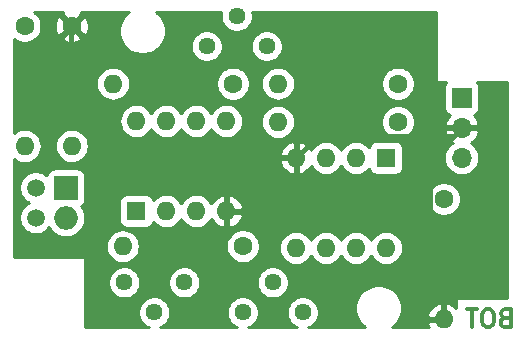
<source format=gbl>
G04 #@! TF.GenerationSoftware,KiCad,Pcbnew,(5.1.4)-1*
G04 #@! TF.CreationDate,2019-09-09T23:54:32+02:00*
G04 #@! TF.ProjectId,RTD,5254442e-6b69-4636-9164-5f7063625858,1.2*
G04 #@! TF.SameCoordinates,PXe4e1c0PY29f6300*
G04 #@! TF.FileFunction,Copper,L2,Bot*
G04 #@! TF.FilePolarity,Positive*
%FSLAX46Y46*%
G04 Gerber Fmt 4.6, Leading zero omitted, Abs format (unit mm)*
G04 Created by KiCad (PCBNEW (5.1.4)-1) date 2019-09-09 23:54:32*
%MOMM*%
%LPD*%
G04 APERTURE LIST*
%ADD10C,0.300000*%
%ADD11O,1.600000X1.600000*%
%ADD12R,1.600000X1.600000*%
%ADD13C,1.600000*%
%ADD14C,1.440000*%
%ADD15C,1.500000*%
%ADD16R,1.998980X1.998980*%
%ADD17O,1.998980X1.998980*%
%ADD18O,1.700000X1.700000*%
%ADD19R,1.700000X1.700000*%
%ADD20C,0.400000*%
%ADD21C,0.254000*%
G04 APERTURE END LIST*
D10*
X42685357Y1943143D02*
X42471071Y1871715D01*
X42399642Y1800286D01*
X42328214Y1657429D01*
X42328214Y1443143D01*
X42399642Y1300286D01*
X42471071Y1228858D01*
X42613928Y1157429D01*
X43185357Y1157429D01*
X43185357Y2657429D01*
X42685357Y2657429D01*
X42542500Y2586000D01*
X42471071Y2514572D01*
X42399642Y2371715D01*
X42399642Y2228858D01*
X42471071Y2086000D01*
X42542500Y2014572D01*
X42685357Y1943143D01*
X43185357Y1943143D01*
X41399642Y2657429D02*
X41113928Y2657429D01*
X40971071Y2586000D01*
X40828214Y2443143D01*
X40756785Y2157429D01*
X40756785Y1657429D01*
X40828214Y1371715D01*
X40971071Y1228858D01*
X41113928Y1157429D01*
X41399642Y1157429D01*
X41542500Y1228858D01*
X41685357Y1371715D01*
X41756785Y1657429D01*
X41756785Y2157429D01*
X41685357Y2443143D01*
X41542500Y2586000D01*
X41399642Y2657429D01*
X40328214Y2657429D02*
X39471071Y2657429D01*
X39899642Y1157429D02*
X39899642Y2657429D01*
D11*
X32625000Y7868500D03*
X25005000Y15488500D03*
X30085000Y7868500D03*
X27545000Y15488500D03*
X27545000Y7868500D03*
X30085000Y15488500D03*
X25005000Y7868500D03*
D12*
X32625000Y15488500D03*
D11*
X11479500Y18600000D03*
X19099500Y10980000D03*
X14019500Y18600000D03*
X16559500Y10980000D03*
X16559500Y18600000D03*
X14019500Y10980000D03*
X19099500Y18600000D03*
D12*
X11479500Y10980000D03*
D11*
X37514500Y1836000D03*
D13*
X37514500Y11996000D03*
D11*
X23481000Y18536500D03*
D13*
X33641000Y18536500D03*
D14*
X25576500Y2407500D03*
X23036500Y4947500D03*
X20496500Y2407500D03*
D11*
X23481000Y21775000D03*
D13*
X33641000Y21775000D03*
D11*
X9511000Y21775000D03*
D13*
X19671000Y21775000D03*
D11*
X6018500Y16504500D03*
D13*
X6018500Y26664500D03*
D11*
X2018000Y16504500D03*
D13*
X2018000Y26664500D03*
D11*
X10336500Y7995500D03*
D13*
X20496500Y7995500D03*
D15*
X2970500Y12948500D03*
X2970500Y10408500D03*
D16*
X5510500Y12948500D03*
D17*
X5510500Y10408500D03*
D14*
X10463500Y4947500D03*
X13003500Y2407500D03*
X15543500Y4947500D03*
X22528500Y24950000D03*
X19988500Y27490000D03*
X17448500Y24950000D03*
D18*
X39038500Y15488500D03*
X39038500Y18028500D03*
D19*
X39038500Y20568500D03*
D20*
X38188501Y17178501D02*
X39038500Y18028500D01*
X36314499Y15304499D02*
X38188501Y17178501D01*
X36314499Y5955003D02*
X36314499Y15304499D01*
X37514500Y4755002D02*
X36314499Y5955003D01*
X37514500Y1836000D02*
X37514500Y4755002D01*
X31990000Y10980000D02*
X19099500Y10980000D01*
X38346499Y17336499D02*
X39038500Y18028500D01*
X25005000Y15488500D02*
X26852999Y17336499D01*
X26852999Y17336499D02*
X38346499Y17336499D01*
X36593750Y15583750D02*
X31990000Y10980000D01*
X39038500Y18028500D02*
X36593750Y15583750D01*
X34657000Y13647000D02*
X36593750Y15583750D01*
X12495500Y13647000D02*
X34657000Y13647000D01*
X5955000Y20187500D02*
X12495500Y13647000D01*
X6018500Y26664500D02*
X5955000Y26601000D01*
X5955000Y26601000D02*
X5955000Y20187500D01*
D21*
G36*
X5205403Y27657202D02*
G01*
X6018500Y26844105D01*
X6831597Y27657202D01*
X6768280Y27873000D01*
X10856084Y27873000D01*
X10734636Y27791851D01*
X10458149Y27515364D01*
X10240915Y27190250D01*
X10091282Y26829003D01*
X10015000Y26445505D01*
X10015000Y26054495D01*
X10091282Y25670997D01*
X10240915Y25309750D01*
X10458149Y24984636D01*
X10734636Y24708149D01*
X11059750Y24490915D01*
X11420997Y24341282D01*
X11804495Y24265000D01*
X12195505Y24265000D01*
X12579003Y24341282D01*
X12940250Y24490915D01*
X13265364Y24708149D01*
X13541851Y24984636D01*
X13607880Y25083456D01*
X16093500Y25083456D01*
X16093500Y24816544D01*
X16145572Y24554761D01*
X16247715Y24308167D01*
X16396003Y24086238D01*
X16584738Y23897503D01*
X16806667Y23749215D01*
X17053261Y23647072D01*
X17315044Y23595000D01*
X17581956Y23595000D01*
X17843739Y23647072D01*
X18090333Y23749215D01*
X18312262Y23897503D01*
X18500997Y24086238D01*
X18649285Y24308167D01*
X18751428Y24554761D01*
X18803500Y24816544D01*
X18803500Y25083456D01*
X21173500Y25083456D01*
X21173500Y24816544D01*
X21225572Y24554761D01*
X21327715Y24308167D01*
X21476003Y24086238D01*
X21664738Y23897503D01*
X21886667Y23749215D01*
X22133261Y23647072D01*
X22395044Y23595000D01*
X22661956Y23595000D01*
X22923739Y23647072D01*
X23170333Y23749215D01*
X23392262Y23897503D01*
X23580997Y24086238D01*
X23729285Y24308167D01*
X23831428Y24554761D01*
X23883500Y24816544D01*
X23883500Y25083456D01*
X23831428Y25345239D01*
X23729285Y25591833D01*
X23580997Y25813762D01*
X23392262Y26002497D01*
X23170333Y26150785D01*
X22923739Y26252928D01*
X22661956Y26305000D01*
X22395044Y26305000D01*
X22133261Y26252928D01*
X21886667Y26150785D01*
X21664738Y26002497D01*
X21476003Y25813762D01*
X21327715Y25591833D01*
X21225572Y25345239D01*
X21173500Y25083456D01*
X18803500Y25083456D01*
X18751428Y25345239D01*
X18649285Y25591833D01*
X18500997Y25813762D01*
X18312262Y26002497D01*
X18090333Y26150785D01*
X17843739Y26252928D01*
X17581956Y26305000D01*
X17315044Y26305000D01*
X17053261Y26252928D01*
X16806667Y26150785D01*
X16584738Y26002497D01*
X16396003Y25813762D01*
X16247715Y25591833D01*
X16145572Y25345239D01*
X16093500Y25083456D01*
X13607880Y25083456D01*
X13759085Y25309750D01*
X13908718Y25670997D01*
X13985000Y26054495D01*
X13985000Y26445505D01*
X13908718Y26829003D01*
X13759085Y27190250D01*
X13541851Y27515364D01*
X13265364Y27791851D01*
X13143916Y27873000D01*
X18683138Y27873000D01*
X18633500Y27623456D01*
X18633500Y27356544D01*
X18685572Y27094761D01*
X18787715Y26848167D01*
X18936003Y26626238D01*
X19124738Y26437503D01*
X19346667Y26289215D01*
X19593261Y26187072D01*
X19855044Y26135000D01*
X20121956Y26135000D01*
X20383739Y26187072D01*
X20630333Y26289215D01*
X20852262Y26437503D01*
X21040997Y26626238D01*
X21189285Y26848167D01*
X21291428Y27094761D01*
X21343500Y27356544D01*
X21343500Y27623456D01*
X21293862Y27873000D01*
X36873000Y27873000D01*
X36873000Y22000000D01*
X36875440Y21975224D01*
X36882667Y21951399D01*
X36894403Y21929443D01*
X36910197Y21910197D01*
X36929443Y21894403D01*
X36951399Y21882667D01*
X36975224Y21875440D01*
X37000000Y21873000D01*
X37741354Y21873000D01*
X37737315Y21869685D01*
X37657963Y21772994D01*
X37598998Y21662680D01*
X37562688Y21542982D01*
X37550428Y21418500D01*
X37550428Y19718500D01*
X37562688Y19594018D01*
X37598998Y19474320D01*
X37657963Y19364006D01*
X37737315Y19267315D01*
X37834006Y19187963D01*
X37944320Y19128998D01*
X38024966Y19104534D01*
X37940912Y19028769D01*
X37766859Y18795420D01*
X37641675Y18532599D01*
X37597024Y18385390D01*
X37718345Y18155500D01*
X38911500Y18155500D01*
X38911500Y18175500D01*
X39165500Y18175500D01*
X39165500Y18155500D01*
X40358655Y18155500D01*
X40479976Y18385390D01*
X40435325Y18532599D01*
X40310141Y18795420D01*
X40136088Y19028769D01*
X40052034Y19104534D01*
X40132680Y19128998D01*
X40242994Y19187963D01*
X40339685Y19267315D01*
X40419037Y19364006D01*
X40478002Y19474320D01*
X40514312Y19594018D01*
X40526572Y19718500D01*
X40526572Y21418500D01*
X40514312Y21542982D01*
X40478002Y21662680D01*
X40419037Y21772994D01*
X40339685Y21869685D01*
X40335646Y21873000D01*
X42873000Y21873000D01*
X42873000Y3626000D01*
X38588214Y3626000D01*
X38588214Y2777886D01*
X38477914Y2899519D01*
X38251920Y3067037D01*
X37997587Y3187246D01*
X37863539Y3227904D01*
X37641500Y3105915D01*
X37641500Y1963000D01*
X37661500Y1963000D01*
X37661500Y1709000D01*
X37641500Y1709000D01*
X37641500Y1689000D01*
X37387500Y1689000D01*
X37387500Y1709000D01*
X36243876Y1709000D01*
X36122591Y1486960D01*
X36217430Y1222119D01*
X36274476Y1127000D01*
X33143916Y1127000D01*
X33265364Y1208149D01*
X33541851Y1484636D01*
X33759085Y1809750D01*
X33908718Y2170997D01*
X33911511Y2185040D01*
X36122591Y2185040D01*
X36243876Y1963000D01*
X37387500Y1963000D01*
X37387500Y3105915D01*
X37165461Y3227904D01*
X37031413Y3187246D01*
X36777080Y3067037D01*
X36551086Y2899519D01*
X36362115Y2691131D01*
X36217430Y2449881D01*
X36122591Y2185040D01*
X33911511Y2185040D01*
X33985000Y2554495D01*
X33985000Y2945505D01*
X33908718Y3329003D01*
X33759085Y3690250D01*
X33541851Y4015364D01*
X33265364Y4291851D01*
X32940250Y4509085D01*
X32579003Y4658718D01*
X32195505Y4735000D01*
X31804495Y4735000D01*
X31420997Y4658718D01*
X31059750Y4509085D01*
X30734636Y4291851D01*
X30458149Y4015364D01*
X30240915Y3690250D01*
X30091282Y3329003D01*
X30015000Y2945505D01*
X30015000Y2554495D01*
X30091282Y2170997D01*
X30240915Y1809750D01*
X30458149Y1484636D01*
X30734636Y1208149D01*
X30856084Y1127000D01*
X26025885Y1127000D01*
X26218333Y1206715D01*
X26440262Y1355003D01*
X26628997Y1543738D01*
X26777285Y1765667D01*
X26879428Y2012261D01*
X26931500Y2274044D01*
X26931500Y2540956D01*
X26879428Y2802739D01*
X26777285Y3049333D01*
X26628997Y3271262D01*
X26440262Y3459997D01*
X26218333Y3608285D01*
X25971739Y3710428D01*
X25709956Y3762500D01*
X25443044Y3762500D01*
X25181261Y3710428D01*
X24934667Y3608285D01*
X24712738Y3459997D01*
X24524003Y3271262D01*
X24375715Y3049333D01*
X24273572Y2802739D01*
X24221500Y2540956D01*
X24221500Y2274044D01*
X24273572Y2012261D01*
X24375715Y1765667D01*
X24524003Y1543738D01*
X24712738Y1355003D01*
X24934667Y1206715D01*
X25127115Y1127000D01*
X20945885Y1127000D01*
X21138333Y1206715D01*
X21360262Y1355003D01*
X21548997Y1543738D01*
X21697285Y1765667D01*
X21799428Y2012261D01*
X21851500Y2274044D01*
X21851500Y2540956D01*
X21799428Y2802739D01*
X21697285Y3049333D01*
X21548997Y3271262D01*
X21360262Y3459997D01*
X21138333Y3608285D01*
X20891739Y3710428D01*
X20629956Y3762500D01*
X20363044Y3762500D01*
X20101261Y3710428D01*
X19854667Y3608285D01*
X19632738Y3459997D01*
X19444003Y3271262D01*
X19295715Y3049333D01*
X19193572Y2802739D01*
X19141500Y2540956D01*
X19141500Y2274044D01*
X19193572Y2012261D01*
X19295715Y1765667D01*
X19444003Y1543738D01*
X19632738Y1355003D01*
X19854667Y1206715D01*
X20047115Y1127000D01*
X13452885Y1127000D01*
X13645333Y1206715D01*
X13867262Y1355003D01*
X14055997Y1543738D01*
X14204285Y1765667D01*
X14306428Y2012261D01*
X14358500Y2274044D01*
X14358500Y2540956D01*
X14306428Y2802739D01*
X14204285Y3049333D01*
X14055997Y3271262D01*
X13867262Y3459997D01*
X13645333Y3608285D01*
X13398739Y3710428D01*
X13136956Y3762500D01*
X12870044Y3762500D01*
X12608261Y3710428D01*
X12361667Y3608285D01*
X12139738Y3459997D01*
X11951003Y3271262D01*
X11802715Y3049333D01*
X11700572Y2802739D01*
X11648500Y2540956D01*
X11648500Y2274044D01*
X11700572Y2012261D01*
X11802715Y1765667D01*
X11951003Y1543738D01*
X12139738Y1355003D01*
X12361667Y1206715D01*
X12554115Y1127000D01*
X7127000Y1127000D01*
X7127000Y5080956D01*
X9108500Y5080956D01*
X9108500Y4814044D01*
X9160572Y4552261D01*
X9262715Y4305667D01*
X9411003Y4083738D01*
X9599738Y3895003D01*
X9821667Y3746715D01*
X10068261Y3644572D01*
X10330044Y3592500D01*
X10596956Y3592500D01*
X10858739Y3644572D01*
X11105333Y3746715D01*
X11327262Y3895003D01*
X11515997Y4083738D01*
X11664285Y4305667D01*
X11766428Y4552261D01*
X11818500Y4814044D01*
X11818500Y5080956D01*
X14188500Y5080956D01*
X14188500Y4814044D01*
X14240572Y4552261D01*
X14342715Y4305667D01*
X14491003Y4083738D01*
X14679738Y3895003D01*
X14901667Y3746715D01*
X15148261Y3644572D01*
X15410044Y3592500D01*
X15676956Y3592500D01*
X15938739Y3644572D01*
X16185333Y3746715D01*
X16407262Y3895003D01*
X16595997Y4083738D01*
X16744285Y4305667D01*
X16846428Y4552261D01*
X16898500Y4814044D01*
X16898500Y5080956D01*
X21681500Y5080956D01*
X21681500Y4814044D01*
X21733572Y4552261D01*
X21835715Y4305667D01*
X21984003Y4083738D01*
X22172738Y3895003D01*
X22394667Y3746715D01*
X22641261Y3644572D01*
X22903044Y3592500D01*
X23169956Y3592500D01*
X23431739Y3644572D01*
X23678333Y3746715D01*
X23900262Y3895003D01*
X24088997Y4083738D01*
X24237285Y4305667D01*
X24339428Y4552261D01*
X24391500Y4814044D01*
X24391500Y5080956D01*
X24339428Y5342739D01*
X24237285Y5589333D01*
X24088997Y5811262D01*
X23900262Y5999997D01*
X23678333Y6148285D01*
X23431739Y6250428D01*
X23169956Y6302500D01*
X22903044Y6302500D01*
X22641261Y6250428D01*
X22394667Y6148285D01*
X22172738Y5999997D01*
X21984003Y5811262D01*
X21835715Y5589333D01*
X21733572Y5342739D01*
X21681500Y5080956D01*
X16898500Y5080956D01*
X16846428Y5342739D01*
X16744285Y5589333D01*
X16595997Y5811262D01*
X16407262Y5999997D01*
X16185333Y6148285D01*
X15938739Y6250428D01*
X15676956Y6302500D01*
X15410044Y6302500D01*
X15148261Y6250428D01*
X14901667Y6148285D01*
X14679738Y5999997D01*
X14491003Y5811262D01*
X14342715Y5589333D01*
X14240572Y5342739D01*
X14188500Y5080956D01*
X11818500Y5080956D01*
X11766428Y5342739D01*
X11664285Y5589333D01*
X11515997Y5811262D01*
X11327262Y5999997D01*
X11105333Y6148285D01*
X10858739Y6250428D01*
X10596956Y6302500D01*
X10330044Y6302500D01*
X10068261Y6250428D01*
X9821667Y6148285D01*
X9599738Y5999997D01*
X9411003Y5811262D01*
X9262715Y5589333D01*
X9160572Y5342739D01*
X9108500Y5080956D01*
X7127000Y5080956D01*
X7127000Y7000000D01*
X7124560Y7024776D01*
X7117333Y7048601D01*
X7105597Y7070557D01*
X7089803Y7089803D01*
X7070557Y7105597D01*
X7048601Y7117333D01*
X7024776Y7124560D01*
X7000000Y7127000D01*
X1127000Y7127000D01*
X1127000Y7995500D01*
X8894557Y7995500D01*
X8922264Y7714191D01*
X9004318Y7443692D01*
X9137568Y7194399D01*
X9316892Y6975892D01*
X9535399Y6796568D01*
X9784692Y6663318D01*
X10055191Y6581264D01*
X10266008Y6560500D01*
X10406992Y6560500D01*
X10617809Y6581264D01*
X10888308Y6663318D01*
X11137601Y6796568D01*
X11356108Y6975892D01*
X11535432Y7194399D01*
X11668682Y7443692D01*
X11750736Y7714191D01*
X11778443Y7995500D01*
X11764523Y8136835D01*
X19061500Y8136835D01*
X19061500Y7854165D01*
X19116647Y7576926D01*
X19224820Y7315773D01*
X19381863Y7080741D01*
X19581741Y6880863D01*
X19816773Y6723820D01*
X20077926Y6615647D01*
X20355165Y6560500D01*
X20637835Y6560500D01*
X20915074Y6615647D01*
X21176227Y6723820D01*
X21411259Y6880863D01*
X21611137Y7080741D01*
X21768180Y7315773D01*
X21876353Y7576926D01*
X21931500Y7854165D01*
X21931500Y7868500D01*
X23563057Y7868500D01*
X23590764Y7587191D01*
X23672818Y7316692D01*
X23806068Y7067399D01*
X23985392Y6848892D01*
X24203899Y6669568D01*
X24453192Y6536318D01*
X24723691Y6454264D01*
X24934508Y6433500D01*
X25075492Y6433500D01*
X25286309Y6454264D01*
X25556808Y6536318D01*
X25806101Y6669568D01*
X26024608Y6848892D01*
X26203932Y7067399D01*
X26275000Y7200358D01*
X26346068Y7067399D01*
X26525392Y6848892D01*
X26743899Y6669568D01*
X26993192Y6536318D01*
X27263691Y6454264D01*
X27474508Y6433500D01*
X27615492Y6433500D01*
X27826309Y6454264D01*
X28096808Y6536318D01*
X28346101Y6669568D01*
X28564608Y6848892D01*
X28743932Y7067399D01*
X28815000Y7200358D01*
X28886068Y7067399D01*
X29065392Y6848892D01*
X29283899Y6669568D01*
X29533192Y6536318D01*
X29803691Y6454264D01*
X30014508Y6433500D01*
X30155492Y6433500D01*
X30366309Y6454264D01*
X30636808Y6536318D01*
X30886101Y6669568D01*
X31104608Y6848892D01*
X31283932Y7067399D01*
X31355000Y7200358D01*
X31426068Y7067399D01*
X31605392Y6848892D01*
X31823899Y6669568D01*
X32073192Y6536318D01*
X32343691Y6454264D01*
X32554508Y6433500D01*
X32695492Y6433500D01*
X32906309Y6454264D01*
X33176808Y6536318D01*
X33426101Y6669568D01*
X33644608Y6848892D01*
X33823932Y7067399D01*
X33957182Y7316692D01*
X34039236Y7587191D01*
X34066943Y7868500D01*
X34039236Y8149809D01*
X33957182Y8420308D01*
X33823932Y8669601D01*
X33644608Y8888108D01*
X33426101Y9067432D01*
X33176808Y9200682D01*
X32906309Y9282736D01*
X32695492Y9303500D01*
X32554508Y9303500D01*
X32343691Y9282736D01*
X32073192Y9200682D01*
X31823899Y9067432D01*
X31605392Y8888108D01*
X31426068Y8669601D01*
X31355000Y8536642D01*
X31283932Y8669601D01*
X31104608Y8888108D01*
X30886101Y9067432D01*
X30636808Y9200682D01*
X30366309Y9282736D01*
X30155492Y9303500D01*
X30014508Y9303500D01*
X29803691Y9282736D01*
X29533192Y9200682D01*
X29283899Y9067432D01*
X29065392Y8888108D01*
X28886068Y8669601D01*
X28815000Y8536642D01*
X28743932Y8669601D01*
X28564608Y8888108D01*
X28346101Y9067432D01*
X28096808Y9200682D01*
X27826309Y9282736D01*
X27615492Y9303500D01*
X27474508Y9303500D01*
X27263691Y9282736D01*
X26993192Y9200682D01*
X26743899Y9067432D01*
X26525392Y8888108D01*
X26346068Y8669601D01*
X26275000Y8536642D01*
X26203932Y8669601D01*
X26024608Y8888108D01*
X25806101Y9067432D01*
X25556808Y9200682D01*
X25286309Y9282736D01*
X25075492Y9303500D01*
X24934508Y9303500D01*
X24723691Y9282736D01*
X24453192Y9200682D01*
X24203899Y9067432D01*
X23985392Y8888108D01*
X23806068Y8669601D01*
X23672818Y8420308D01*
X23590764Y8149809D01*
X23563057Y7868500D01*
X21931500Y7868500D01*
X21931500Y8136835D01*
X21876353Y8414074D01*
X21768180Y8675227D01*
X21611137Y8910259D01*
X21411259Y9110137D01*
X21176227Y9267180D01*
X20915074Y9375353D01*
X20637835Y9430500D01*
X20355165Y9430500D01*
X20077926Y9375353D01*
X19816773Y9267180D01*
X19581741Y9110137D01*
X19381863Y8910259D01*
X19224820Y8675227D01*
X19116647Y8414074D01*
X19061500Y8136835D01*
X11764523Y8136835D01*
X11750736Y8276809D01*
X11668682Y8547308D01*
X11535432Y8796601D01*
X11356108Y9015108D01*
X11137601Y9194432D01*
X10888308Y9327682D01*
X10617809Y9409736D01*
X10406992Y9430500D01*
X10266008Y9430500D01*
X10055191Y9409736D01*
X9784692Y9327682D01*
X9535399Y9194432D01*
X9316892Y9015108D01*
X9137568Y8796601D01*
X9004318Y8547308D01*
X8922264Y8276809D01*
X8894557Y7995500D01*
X1127000Y7995500D01*
X1127000Y13084911D01*
X1585500Y13084911D01*
X1585500Y12812089D01*
X1638725Y12544511D01*
X1743129Y12292457D01*
X1894701Y12065614D01*
X2087614Y11872701D01*
X2314457Y11721129D01*
X2417373Y11678500D01*
X2314457Y11635871D01*
X2087614Y11484299D01*
X1894701Y11291386D01*
X1743129Y11064543D01*
X1638725Y10812489D01*
X1585500Y10544911D01*
X1585500Y10272089D01*
X1638725Y10004511D01*
X1743129Y9752457D01*
X1894701Y9525614D01*
X2087614Y9332701D01*
X2314457Y9181129D01*
X2566511Y9076725D01*
X2834089Y9023500D01*
X3106911Y9023500D01*
X3374489Y9076725D01*
X3626543Y9181129D01*
X3853386Y9332701D01*
X4046299Y9525614D01*
X4092292Y9594447D01*
X4144896Y9496033D01*
X4349149Y9247149D01*
X4598033Y9042896D01*
X4881981Y8891122D01*
X5190084Y8797660D01*
X5430208Y8774010D01*
X5590792Y8774010D01*
X5830916Y8797660D01*
X6139019Y8891122D01*
X6422967Y9042896D01*
X6671851Y9247149D01*
X6876104Y9496033D01*
X7027878Y9779981D01*
X7121340Y10088084D01*
X7152898Y10408500D01*
X7121340Y10728916D01*
X7027878Y11037019D01*
X6876104Y11320967D01*
X6816939Y11393060D01*
X6864484Y11418473D01*
X6961175Y11497825D01*
X7040527Y11594516D01*
X7099492Y11704830D01*
X7122294Y11780000D01*
X10041428Y11780000D01*
X10041428Y10180000D01*
X10053688Y10055518D01*
X10089998Y9935820D01*
X10148963Y9825506D01*
X10228315Y9728815D01*
X10325006Y9649463D01*
X10435320Y9590498D01*
X10555018Y9554188D01*
X10679500Y9541928D01*
X12279500Y9541928D01*
X12403982Y9554188D01*
X12523680Y9590498D01*
X12633994Y9649463D01*
X12730685Y9728815D01*
X12810037Y9825506D01*
X12869002Y9935820D01*
X12905312Y10055518D01*
X12907081Y10073482D01*
X12999892Y9960392D01*
X13218399Y9781068D01*
X13467692Y9647818D01*
X13738191Y9565764D01*
X13949008Y9545000D01*
X14089992Y9545000D01*
X14300809Y9565764D01*
X14571308Y9647818D01*
X14820601Y9781068D01*
X15039108Y9960392D01*
X15218432Y10178899D01*
X15289500Y10311858D01*
X15360568Y10178899D01*
X15539892Y9960392D01*
X15758399Y9781068D01*
X16007692Y9647818D01*
X16278191Y9565764D01*
X16489008Y9545000D01*
X16629992Y9545000D01*
X16840809Y9565764D01*
X17111308Y9647818D01*
X17360601Y9781068D01*
X17579108Y9960392D01*
X17758432Y10178899D01*
X17832079Y10316682D01*
X17947115Y10124869D01*
X18136086Y9916481D01*
X18362080Y9748963D01*
X18616413Y9628754D01*
X18750461Y9588096D01*
X18972500Y9710085D01*
X18972500Y10853000D01*
X19226500Y10853000D01*
X19226500Y9710085D01*
X19448539Y9588096D01*
X19582587Y9628754D01*
X19836920Y9748963D01*
X20062914Y9916481D01*
X20251885Y10124869D01*
X20396570Y10366119D01*
X20491409Y10630960D01*
X20370124Y10853000D01*
X19226500Y10853000D01*
X18972500Y10853000D01*
X18952500Y10853000D01*
X18952500Y11107000D01*
X18972500Y11107000D01*
X18972500Y12249915D01*
X19226500Y12249915D01*
X19226500Y11107000D01*
X20370124Y11107000D01*
X20491409Y11329040D01*
X20396570Y11593881D01*
X20251885Y11835131D01*
X20062914Y12043519D01*
X19936350Y12137335D01*
X36079500Y12137335D01*
X36079500Y11854665D01*
X36134647Y11577426D01*
X36242820Y11316273D01*
X36399863Y11081241D01*
X36599741Y10881363D01*
X36834773Y10724320D01*
X37095926Y10616147D01*
X37373165Y10561000D01*
X37655835Y10561000D01*
X37933074Y10616147D01*
X38194227Y10724320D01*
X38429259Y10881363D01*
X38629137Y11081241D01*
X38786180Y11316273D01*
X38894353Y11577426D01*
X38949500Y11854665D01*
X38949500Y12137335D01*
X38894353Y12414574D01*
X38786180Y12675727D01*
X38629137Y12910759D01*
X38429259Y13110637D01*
X38194227Y13267680D01*
X37933074Y13375853D01*
X37655835Y13431000D01*
X37373165Y13431000D01*
X37095926Y13375853D01*
X36834773Y13267680D01*
X36599741Y13110637D01*
X36399863Y12910759D01*
X36242820Y12675727D01*
X36134647Y12414574D01*
X36079500Y12137335D01*
X19936350Y12137335D01*
X19836920Y12211037D01*
X19582587Y12331246D01*
X19448539Y12371904D01*
X19226500Y12249915D01*
X18972500Y12249915D01*
X18750461Y12371904D01*
X18616413Y12331246D01*
X18362080Y12211037D01*
X18136086Y12043519D01*
X17947115Y11835131D01*
X17832079Y11643318D01*
X17758432Y11781101D01*
X17579108Y11999608D01*
X17360601Y12178932D01*
X17111308Y12312182D01*
X16840809Y12394236D01*
X16629992Y12415000D01*
X16489008Y12415000D01*
X16278191Y12394236D01*
X16007692Y12312182D01*
X15758399Y12178932D01*
X15539892Y11999608D01*
X15360568Y11781101D01*
X15289500Y11648142D01*
X15218432Y11781101D01*
X15039108Y11999608D01*
X14820601Y12178932D01*
X14571308Y12312182D01*
X14300809Y12394236D01*
X14089992Y12415000D01*
X13949008Y12415000D01*
X13738191Y12394236D01*
X13467692Y12312182D01*
X13218399Y12178932D01*
X12999892Y11999608D01*
X12907081Y11886518D01*
X12905312Y11904482D01*
X12869002Y12024180D01*
X12810037Y12134494D01*
X12730685Y12231185D01*
X12633994Y12310537D01*
X12523680Y12369502D01*
X12403982Y12405812D01*
X12279500Y12418072D01*
X10679500Y12418072D01*
X10555018Y12405812D01*
X10435320Y12369502D01*
X10325006Y12310537D01*
X10228315Y12231185D01*
X10148963Y12134494D01*
X10089998Y12024180D01*
X10053688Y11904482D01*
X10041428Y11780000D01*
X7122294Y11780000D01*
X7135802Y11824528D01*
X7148062Y11949010D01*
X7148062Y13947990D01*
X7135802Y14072472D01*
X7099492Y14192170D01*
X7040527Y14302484D01*
X6961175Y14399175D01*
X6864484Y14478527D01*
X6754170Y14537492D01*
X6634472Y14573802D01*
X6509990Y14586062D01*
X4511010Y14586062D01*
X4386528Y14573802D01*
X4266830Y14537492D01*
X4156516Y14478527D01*
X4059825Y14399175D01*
X3980473Y14302484D01*
X3921508Y14192170D01*
X3885198Y14072472D01*
X3878027Y13999658D01*
X3853386Y14024299D01*
X3626543Y14175871D01*
X3374489Y14280275D01*
X3106911Y14333500D01*
X2834089Y14333500D01*
X2566511Y14280275D01*
X2314457Y14175871D01*
X2087614Y14024299D01*
X1894701Y13831386D01*
X1743129Y13604543D01*
X1638725Y13352489D01*
X1585500Y13084911D01*
X1127000Y13084911D01*
X1127000Y15379346D01*
X1216899Y15305568D01*
X1466192Y15172318D01*
X1736691Y15090264D01*
X1947508Y15069500D01*
X2088492Y15069500D01*
X2299309Y15090264D01*
X2569808Y15172318D01*
X2819101Y15305568D01*
X3037608Y15484892D01*
X3216932Y15703399D01*
X3350182Y15952692D01*
X3432236Y16223191D01*
X3459943Y16504500D01*
X4576557Y16504500D01*
X4604264Y16223191D01*
X4686318Y15952692D01*
X4819568Y15703399D01*
X4998892Y15484892D01*
X5217399Y15305568D01*
X5466692Y15172318D01*
X5737191Y15090264D01*
X5948008Y15069500D01*
X6088992Y15069500D01*
X6299809Y15090264D01*
X6461988Y15139460D01*
X23613091Y15139460D01*
X23707930Y14874619D01*
X23852615Y14633369D01*
X24041586Y14424981D01*
X24267580Y14257463D01*
X24521913Y14137254D01*
X24655961Y14096596D01*
X24878000Y14218585D01*
X24878000Y15361500D01*
X23734376Y15361500D01*
X23613091Y15139460D01*
X6461988Y15139460D01*
X6570308Y15172318D01*
X6819601Y15305568D01*
X7038108Y15484892D01*
X7217432Y15703399D01*
X7289131Y15837540D01*
X23613091Y15837540D01*
X23734376Y15615500D01*
X24878000Y15615500D01*
X24878000Y16758415D01*
X25132000Y16758415D01*
X25132000Y15615500D01*
X25152000Y15615500D01*
X25152000Y15361500D01*
X25132000Y15361500D01*
X25132000Y14218585D01*
X25354039Y14096596D01*
X25488087Y14137254D01*
X25742420Y14257463D01*
X25968414Y14424981D01*
X26157385Y14633369D01*
X26272421Y14825182D01*
X26346068Y14687399D01*
X26525392Y14468892D01*
X26743899Y14289568D01*
X26993192Y14156318D01*
X27263691Y14074264D01*
X27474508Y14053500D01*
X27615492Y14053500D01*
X27826309Y14074264D01*
X28096808Y14156318D01*
X28346101Y14289568D01*
X28564608Y14468892D01*
X28743932Y14687399D01*
X28815000Y14820358D01*
X28886068Y14687399D01*
X29065392Y14468892D01*
X29283899Y14289568D01*
X29533192Y14156318D01*
X29803691Y14074264D01*
X30014508Y14053500D01*
X30155492Y14053500D01*
X30366309Y14074264D01*
X30636808Y14156318D01*
X30886101Y14289568D01*
X31104608Y14468892D01*
X31197419Y14581982D01*
X31199188Y14564018D01*
X31235498Y14444320D01*
X31294463Y14334006D01*
X31373815Y14237315D01*
X31470506Y14157963D01*
X31580820Y14098998D01*
X31700518Y14062688D01*
X31825000Y14050428D01*
X33425000Y14050428D01*
X33549482Y14062688D01*
X33669180Y14098998D01*
X33779494Y14157963D01*
X33876185Y14237315D01*
X33955537Y14334006D01*
X34014502Y14444320D01*
X34050812Y14564018D01*
X34063072Y14688500D01*
X34063072Y15488500D01*
X37546315Y15488500D01*
X37574987Y15197389D01*
X37659901Y14917466D01*
X37797794Y14659486D01*
X37983366Y14433366D01*
X38209486Y14247794D01*
X38467466Y14109901D01*
X38747389Y14024987D01*
X38965550Y14003500D01*
X39111450Y14003500D01*
X39329611Y14024987D01*
X39609534Y14109901D01*
X39867514Y14247794D01*
X40093634Y14433366D01*
X40279206Y14659486D01*
X40417099Y14917466D01*
X40502013Y15197389D01*
X40530685Y15488500D01*
X40502013Y15779611D01*
X40417099Y16059534D01*
X40279206Y16317514D01*
X40093634Y16543634D01*
X39867514Y16729206D01*
X39802977Y16763701D01*
X39919855Y16833322D01*
X40136088Y17028231D01*
X40310141Y17261580D01*
X40435325Y17524401D01*
X40479976Y17671610D01*
X40358655Y17901500D01*
X39165500Y17901500D01*
X39165500Y17881500D01*
X38911500Y17881500D01*
X38911500Y17901500D01*
X37718345Y17901500D01*
X37597024Y17671610D01*
X37641675Y17524401D01*
X37766859Y17261580D01*
X37940912Y17028231D01*
X38157145Y16833322D01*
X38274023Y16763701D01*
X38209486Y16729206D01*
X37983366Y16543634D01*
X37797794Y16317514D01*
X37659901Y16059534D01*
X37574987Y15779611D01*
X37546315Y15488500D01*
X34063072Y15488500D01*
X34063072Y16288500D01*
X34050812Y16412982D01*
X34014502Y16532680D01*
X33955537Y16642994D01*
X33876185Y16739685D01*
X33779494Y16819037D01*
X33669180Y16878002D01*
X33549482Y16914312D01*
X33425000Y16926572D01*
X31825000Y16926572D01*
X31700518Y16914312D01*
X31580820Y16878002D01*
X31470506Y16819037D01*
X31373815Y16739685D01*
X31294463Y16642994D01*
X31235498Y16532680D01*
X31199188Y16412982D01*
X31197419Y16395018D01*
X31104608Y16508108D01*
X30886101Y16687432D01*
X30636808Y16820682D01*
X30366309Y16902736D01*
X30155492Y16923500D01*
X30014508Y16923500D01*
X29803691Y16902736D01*
X29533192Y16820682D01*
X29283899Y16687432D01*
X29065392Y16508108D01*
X28886068Y16289601D01*
X28815000Y16156642D01*
X28743932Y16289601D01*
X28564608Y16508108D01*
X28346101Y16687432D01*
X28096808Y16820682D01*
X27826309Y16902736D01*
X27615492Y16923500D01*
X27474508Y16923500D01*
X27263691Y16902736D01*
X26993192Y16820682D01*
X26743899Y16687432D01*
X26525392Y16508108D01*
X26346068Y16289601D01*
X26272421Y16151818D01*
X26157385Y16343631D01*
X25968414Y16552019D01*
X25742420Y16719537D01*
X25488087Y16839746D01*
X25354039Y16880404D01*
X25132000Y16758415D01*
X24878000Y16758415D01*
X24655961Y16880404D01*
X24521913Y16839746D01*
X24267580Y16719537D01*
X24041586Y16552019D01*
X23852615Y16343631D01*
X23707930Y16102381D01*
X23613091Y15837540D01*
X7289131Y15837540D01*
X7350682Y15952692D01*
X7432736Y16223191D01*
X7460443Y16504500D01*
X7432736Y16785809D01*
X7350682Y17056308D01*
X7217432Y17305601D01*
X7038108Y17524108D01*
X6819601Y17703432D01*
X6570308Y17836682D01*
X6299809Y17918736D01*
X6088992Y17939500D01*
X5948008Y17939500D01*
X5737191Y17918736D01*
X5466692Y17836682D01*
X5217399Y17703432D01*
X4998892Y17524108D01*
X4819568Y17305601D01*
X4686318Y17056308D01*
X4604264Y16785809D01*
X4576557Y16504500D01*
X3459943Y16504500D01*
X3432236Y16785809D01*
X3350182Y17056308D01*
X3216932Y17305601D01*
X3037608Y17524108D01*
X2819101Y17703432D01*
X2569808Y17836682D01*
X2299309Y17918736D01*
X2088492Y17939500D01*
X1947508Y17939500D01*
X1736691Y17918736D01*
X1466192Y17836682D01*
X1216899Y17703432D01*
X1127000Y17629654D01*
X1127000Y18600000D01*
X10037557Y18600000D01*
X10065264Y18318691D01*
X10147318Y18048192D01*
X10280568Y17798899D01*
X10459892Y17580392D01*
X10678399Y17401068D01*
X10927692Y17267818D01*
X11198191Y17185764D01*
X11409008Y17165000D01*
X11549992Y17165000D01*
X11760809Y17185764D01*
X12031308Y17267818D01*
X12280601Y17401068D01*
X12499108Y17580392D01*
X12678432Y17798899D01*
X12749500Y17931858D01*
X12820568Y17798899D01*
X12999892Y17580392D01*
X13218399Y17401068D01*
X13467692Y17267818D01*
X13738191Y17185764D01*
X13949008Y17165000D01*
X14089992Y17165000D01*
X14300809Y17185764D01*
X14571308Y17267818D01*
X14820601Y17401068D01*
X15039108Y17580392D01*
X15218432Y17798899D01*
X15289500Y17931858D01*
X15360568Y17798899D01*
X15539892Y17580392D01*
X15758399Y17401068D01*
X16007692Y17267818D01*
X16278191Y17185764D01*
X16489008Y17165000D01*
X16629992Y17165000D01*
X16840809Y17185764D01*
X17111308Y17267818D01*
X17360601Y17401068D01*
X17579108Y17580392D01*
X17758432Y17798899D01*
X17829500Y17931858D01*
X17900568Y17798899D01*
X18079892Y17580392D01*
X18298399Y17401068D01*
X18547692Y17267818D01*
X18818191Y17185764D01*
X19029008Y17165000D01*
X19169992Y17165000D01*
X19380809Y17185764D01*
X19651308Y17267818D01*
X19900601Y17401068D01*
X20119108Y17580392D01*
X20298432Y17798899D01*
X20431682Y18048192D01*
X20513736Y18318691D01*
X20535188Y18536500D01*
X22039057Y18536500D01*
X22066764Y18255191D01*
X22148818Y17984692D01*
X22282068Y17735399D01*
X22461392Y17516892D01*
X22679899Y17337568D01*
X22929192Y17204318D01*
X23199691Y17122264D01*
X23410508Y17101500D01*
X23551492Y17101500D01*
X23762309Y17122264D01*
X24032808Y17204318D01*
X24282101Y17337568D01*
X24500608Y17516892D01*
X24679932Y17735399D01*
X24813182Y17984692D01*
X24895236Y18255191D01*
X24922943Y18536500D01*
X24909023Y18677835D01*
X32206000Y18677835D01*
X32206000Y18395165D01*
X32261147Y18117926D01*
X32369320Y17856773D01*
X32526363Y17621741D01*
X32726241Y17421863D01*
X32961273Y17264820D01*
X33222426Y17156647D01*
X33499665Y17101500D01*
X33782335Y17101500D01*
X34059574Y17156647D01*
X34320727Y17264820D01*
X34555759Y17421863D01*
X34755637Y17621741D01*
X34912680Y17856773D01*
X35020853Y18117926D01*
X35076000Y18395165D01*
X35076000Y18677835D01*
X35020853Y18955074D01*
X34912680Y19216227D01*
X34755637Y19451259D01*
X34555759Y19651137D01*
X34320727Y19808180D01*
X34059574Y19916353D01*
X33782335Y19971500D01*
X33499665Y19971500D01*
X33222426Y19916353D01*
X32961273Y19808180D01*
X32726241Y19651137D01*
X32526363Y19451259D01*
X32369320Y19216227D01*
X32261147Y18955074D01*
X32206000Y18677835D01*
X24909023Y18677835D01*
X24895236Y18817809D01*
X24813182Y19088308D01*
X24679932Y19337601D01*
X24500608Y19556108D01*
X24282101Y19735432D01*
X24032808Y19868682D01*
X23762309Y19950736D01*
X23551492Y19971500D01*
X23410508Y19971500D01*
X23199691Y19950736D01*
X22929192Y19868682D01*
X22679899Y19735432D01*
X22461392Y19556108D01*
X22282068Y19337601D01*
X22148818Y19088308D01*
X22066764Y18817809D01*
X22039057Y18536500D01*
X20535188Y18536500D01*
X20541443Y18600000D01*
X20513736Y18881309D01*
X20431682Y19151808D01*
X20298432Y19401101D01*
X20119108Y19619608D01*
X19900601Y19798932D01*
X19651308Y19932182D01*
X19380809Y20014236D01*
X19169992Y20035000D01*
X19029008Y20035000D01*
X18818191Y20014236D01*
X18547692Y19932182D01*
X18298399Y19798932D01*
X18079892Y19619608D01*
X17900568Y19401101D01*
X17829500Y19268142D01*
X17758432Y19401101D01*
X17579108Y19619608D01*
X17360601Y19798932D01*
X17111308Y19932182D01*
X16840809Y20014236D01*
X16629992Y20035000D01*
X16489008Y20035000D01*
X16278191Y20014236D01*
X16007692Y19932182D01*
X15758399Y19798932D01*
X15539892Y19619608D01*
X15360568Y19401101D01*
X15289500Y19268142D01*
X15218432Y19401101D01*
X15039108Y19619608D01*
X14820601Y19798932D01*
X14571308Y19932182D01*
X14300809Y20014236D01*
X14089992Y20035000D01*
X13949008Y20035000D01*
X13738191Y20014236D01*
X13467692Y19932182D01*
X13218399Y19798932D01*
X12999892Y19619608D01*
X12820568Y19401101D01*
X12749500Y19268142D01*
X12678432Y19401101D01*
X12499108Y19619608D01*
X12280601Y19798932D01*
X12031308Y19932182D01*
X11760809Y20014236D01*
X11549992Y20035000D01*
X11409008Y20035000D01*
X11198191Y20014236D01*
X10927692Y19932182D01*
X10678399Y19798932D01*
X10459892Y19619608D01*
X10280568Y19401101D01*
X10147318Y19151808D01*
X10065264Y18881309D01*
X10037557Y18600000D01*
X1127000Y18600000D01*
X1127000Y21775000D01*
X8069057Y21775000D01*
X8096764Y21493691D01*
X8178818Y21223192D01*
X8312068Y20973899D01*
X8491392Y20755392D01*
X8709899Y20576068D01*
X8959192Y20442818D01*
X9229691Y20360764D01*
X9440508Y20340000D01*
X9581492Y20340000D01*
X9792309Y20360764D01*
X10062808Y20442818D01*
X10312101Y20576068D01*
X10530608Y20755392D01*
X10709932Y20973899D01*
X10843182Y21223192D01*
X10925236Y21493691D01*
X10952943Y21775000D01*
X10939023Y21916335D01*
X18236000Y21916335D01*
X18236000Y21633665D01*
X18291147Y21356426D01*
X18399320Y21095273D01*
X18556363Y20860241D01*
X18756241Y20660363D01*
X18991273Y20503320D01*
X19252426Y20395147D01*
X19529665Y20340000D01*
X19812335Y20340000D01*
X20089574Y20395147D01*
X20350727Y20503320D01*
X20585759Y20660363D01*
X20785637Y20860241D01*
X20942680Y21095273D01*
X21050853Y21356426D01*
X21106000Y21633665D01*
X21106000Y21775000D01*
X22039057Y21775000D01*
X22066764Y21493691D01*
X22148818Y21223192D01*
X22282068Y20973899D01*
X22461392Y20755392D01*
X22679899Y20576068D01*
X22929192Y20442818D01*
X23199691Y20360764D01*
X23410508Y20340000D01*
X23551492Y20340000D01*
X23762309Y20360764D01*
X24032808Y20442818D01*
X24282101Y20576068D01*
X24500608Y20755392D01*
X24679932Y20973899D01*
X24813182Y21223192D01*
X24895236Y21493691D01*
X24922943Y21775000D01*
X24909023Y21916335D01*
X32206000Y21916335D01*
X32206000Y21633665D01*
X32261147Y21356426D01*
X32369320Y21095273D01*
X32526363Y20860241D01*
X32726241Y20660363D01*
X32961273Y20503320D01*
X33222426Y20395147D01*
X33499665Y20340000D01*
X33782335Y20340000D01*
X34059574Y20395147D01*
X34320727Y20503320D01*
X34555759Y20660363D01*
X34755637Y20860241D01*
X34912680Y21095273D01*
X35020853Y21356426D01*
X35076000Y21633665D01*
X35076000Y21916335D01*
X35020853Y22193574D01*
X34912680Y22454727D01*
X34755637Y22689759D01*
X34555759Y22889637D01*
X34320727Y23046680D01*
X34059574Y23154853D01*
X33782335Y23210000D01*
X33499665Y23210000D01*
X33222426Y23154853D01*
X32961273Y23046680D01*
X32726241Y22889637D01*
X32526363Y22689759D01*
X32369320Y22454727D01*
X32261147Y22193574D01*
X32206000Y21916335D01*
X24909023Y21916335D01*
X24895236Y22056309D01*
X24813182Y22326808D01*
X24679932Y22576101D01*
X24500608Y22794608D01*
X24282101Y22973932D01*
X24032808Y23107182D01*
X23762309Y23189236D01*
X23551492Y23210000D01*
X23410508Y23210000D01*
X23199691Y23189236D01*
X22929192Y23107182D01*
X22679899Y22973932D01*
X22461392Y22794608D01*
X22282068Y22576101D01*
X22148818Y22326808D01*
X22066764Y22056309D01*
X22039057Y21775000D01*
X21106000Y21775000D01*
X21106000Y21916335D01*
X21050853Y22193574D01*
X20942680Y22454727D01*
X20785637Y22689759D01*
X20585759Y22889637D01*
X20350727Y23046680D01*
X20089574Y23154853D01*
X19812335Y23210000D01*
X19529665Y23210000D01*
X19252426Y23154853D01*
X18991273Y23046680D01*
X18756241Y22889637D01*
X18556363Y22689759D01*
X18399320Y22454727D01*
X18291147Y22193574D01*
X18236000Y21916335D01*
X10939023Y21916335D01*
X10925236Y22056309D01*
X10843182Y22326808D01*
X10709932Y22576101D01*
X10530608Y22794608D01*
X10312101Y22973932D01*
X10062808Y23107182D01*
X9792309Y23189236D01*
X9581492Y23210000D01*
X9440508Y23210000D01*
X9229691Y23189236D01*
X8959192Y23107182D01*
X8709899Y22973932D01*
X8491392Y22794608D01*
X8312068Y22576101D01*
X8178818Y22326808D01*
X8096764Y22056309D01*
X8069057Y21775000D01*
X1127000Y21775000D01*
X1127000Y25533988D01*
X1338273Y25392820D01*
X1599426Y25284647D01*
X1876665Y25229500D01*
X2159335Y25229500D01*
X2436574Y25284647D01*
X2697727Y25392820D01*
X2932759Y25549863D01*
X3054694Y25671798D01*
X5205403Y25671798D01*
X5276986Y25427829D01*
X5532496Y25306929D01*
X5806684Y25238200D01*
X6089012Y25224283D01*
X6368630Y25265713D01*
X6634792Y25360897D01*
X6760014Y25427829D01*
X6831597Y25671798D01*
X6018500Y26484895D01*
X5205403Y25671798D01*
X3054694Y25671798D01*
X3132637Y25749741D01*
X3289680Y25984773D01*
X3397853Y26245926D01*
X3453000Y26523165D01*
X3453000Y26593988D01*
X4578283Y26593988D01*
X4619713Y26314370D01*
X4714897Y26048208D01*
X4781829Y25922986D01*
X5025798Y25851403D01*
X5838895Y26664500D01*
X6198105Y26664500D01*
X7011202Y25851403D01*
X7255171Y25922986D01*
X7376071Y26178496D01*
X7444800Y26452684D01*
X7458717Y26735012D01*
X7417287Y27014630D01*
X7322103Y27280792D01*
X7255171Y27406014D01*
X7011202Y27477597D01*
X6198105Y26664500D01*
X5838895Y26664500D01*
X5025798Y27477597D01*
X4781829Y27406014D01*
X4660929Y27150504D01*
X4592200Y26876316D01*
X4578283Y26593988D01*
X3453000Y26593988D01*
X3453000Y26805835D01*
X3397853Y27083074D01*
X3289680Y27344227D01*
X3132637Y27579259D01*
X2932759Y27779137D01*
X2792283Y27873000D01*
X5268720Y27873000D01*
X5205403Y27657202D01*
X5205403Y27657202D01*
G37*
X5205403Y27657202D02*
X6018500Y26844105D01*
X6831597Y27657202D01*
X6768280Y27873000D01*
X10856084Y27873000D01*
X10734636Y27791851D01*
X10458149Y27515364D01*
X10240915Y27190250D01*
X10091282Y26829003D01*
X10015000Y26445505D01*
X10015000Y26054495D01*
X10091282Y25670997D01*
X10240915Y25309750D01*
X10458149Y24984636D01*
X10734636Y24708149D01*
X11059750Y24490915D01*
X11420997Y24341282D01*
X11804495Y24265000D01*
X12195505Y24265000D01*
X12579003Y24341282D01*
X12940250Y24490915D01*
X13265364Y24708149D01*
X13541851Y24984636D01*
X13607880Y25083456D01*
X16093500Y25083456D01*
X16093500Y24816544D01*
X16145572Y24554761D01*
X16247715Y24308167D01*
X16396003Y24086238D01*
X16584738Y23897503D01*
X16806667Y23749215D01*
X17053261Y23647072D01*
X17315044Y23595000D01*
X17581956Y23595000D01*
X17843739Y23647072D01*
X18090333Y23749215D01*
X18312262Y23897503D01*
X18500997Y24086238D01*
X18649285Y24308167D01*
X18751428Y24554761D01*
X18803500Y24816544D01*
X18803500Y25083456D01*
X21173500Y25083456D01*
X21173500Y24816544D01*
X21225572Y24554761D01*
X21327715Y24308167D01*
X21476003Y24086238D01*
X21664738Y23897503D01*
X21886667Y23749215D01*
X22133261Y23647072D01*
X22395044Y23595000D01*
X22661956Y23595000D01*
X22923739Y23647072D01*
X23170333Y23749215D01*
X23392262Y23897503D01*
X23580997Y24086238D01*
X23729285Y24308167D01*
X23831428Y24554761D01*
X23883500Y24816544D01*
X23883500Y25083456D01*
X23831428Y25345239D01*
X23729285Y25591833D01*
X23580997Y25813762D01*
X23392262Y26002497D01*
X23170333Y26150785D01*
X22923739Y26252928D01*
X22661956Y26305000D01*
X22395044Y26305000D01*
X22133261Y26252928D01*
X21886667Y26150785D01*
X21664738Y26002497D01*
X21476003Y25813762D01*
X21327715Y25591833D01*
X21225572Y25345239D01*
X21173500Y25083456D01*
X18803500Y25083456D01*
X18751428Y25345239D01*
X18649285Y25591833D01*
X18500997Y25813762D01*
X18312262Y26002497D01*
X18090333Y26150785D01*
X17843739Y26252928D01*
X17581956Y26305000D01*
X17315044Y26305000D01*
X17053261Y26252928D01*
X16806667Y26150785D01*
X16584738Y26002497D01*
X16396003Y25813762D01*
X16247715Y25591833D01*
X16145572Y25345239D01*
X16093500Y25083456D01*
X13607880Y25083456D01*
X13759085Y25309750D01*
X13908718Y25670997D01*
X13985000Y26054495D01*
X13985000Y26445505D01*
X13908718Y26829003D01*
X13759085Y27190250D01*
X13541851Y27515364D01*
X13265364Y27791851D01*
X13143916Y27873000D01*
X18683138Y27873000D01*
X18633500Y27623456D01*
X18633500Y27356544D01*
X18685572Y27094761D01*
X18787715Y26848167D01*
X18936003Y26626238D01*
X19124738Y26437503D01*
X19346667Y26289215D01*
X19593261Y26187072D01*
X19855044Y26135000D01*
X20121956Y26135000D01*
X20383739Y26187072D01*
X20630333Y26289215D01*
X20852262Y26437503D01*
X21040997Y26626238D01*
X21189285Y26848167D01*
X21291428Y27094761D01*
X21343500Y27356544D01*
X21343500Y27623456D01*
X21293862Y27873000D01*
X36873000Y27873000D01*
X36873000Y22000000D01*
X36875440Y21975224D01*
X36882667Y21951399D01*
X36894403Y21929443D01*
X36910197Y21910197D01*
X36929443Y21894403D01*
X36951399Y21882667D01*
X36975224Y21875440D01*
X37000000Y21873000D01*
X37741354Y21873000D01*
X37737315Y21869685D01*
X37657963Y21772994D01*
X37598998Y21662680D01*
X37562688Y21542982D01*
X37550428Y21418500D01*
X37550428Y19718500D01*
X37562688Y19594018D01*
X37598998Y19474320D01*
X37657963Y19364006D01*
X37737315Y19267315D01*
X37834006Y19187963D01*
X37944320Y19128998D01*
X38024966Y19104534D01*
X37940912Y19028769D01*
X37766859Y18795420D01*
X37641675Y18532599D01*
X37597024Y18385390D01*
X37718345Y18155500D01*
X38911500Y18155500D01*
X38911500Y18175500D01*
X39165500Y18175500D01*
X39165500Y18155500D01*
X40358655Y18155500D01*
X40479976Y18385390D01*
X40435325Y18532599D01*
X40310141Y18795420D01*
X40136088Y19028769D01*
X40052034Y19104534D01*
X40132680Y19128998D01*
X40242994Y19187963D01*
X40339685Y19267315D01*
X40419037Y19364006D01*
X40478002Y19474320D01*
X40514312Y19594018D01*
X40526572Y19718500D01*
X40526572Y21418500D01*
X40514312Y21542982D01*
X40478002Y21662680D01*
X40419037Y21772994D01*
X40339685Y21869685D01*
X40335646Y21873000D01*
X42873000Y21873000D01*
X42873000Y3626000D01*
X38588214Y3626000D01*
X38588214Y2777886D01*
X38477914Y2899519D01*
X38251920Y3067037D01*
X37997587Y3187246D01*
X37863539Y3227904D01*
X37641500Y3105915D01*
X37641500Y1963000D01*
X37661500Y1963000D01*
X37661500Y1709000D01*
X37641500Y1709000D01*
X37641500Y1689000D01*
X37387500Y1689000D01*
X37387500Y1709000D01*
X36243876Y1709000D01*
X36122591Y1486960D01*
X36217430Y1222119D01*
X36274476Y1127000D01*
X33143916Y1127000D01*
X33265364Y1208149D01*
X33541851Y1484636D01*
X33759085Y1809750D01*
X33908718Y2170997D01*
X33911511Y2185040D01*
X36122591Y2185040D01*
X36243876Y1963000D01*
X37387500Y1963000D01*
X37387500Y3105915D01*
X37165461Y3227904D01*
X37031413Y3187246D01*
X36777080Y3067037D01*
X36551086Y2899519D01*
X36362115Y2691131D01*
X36217430Y2449881D01*
X36122591Y2185040D01*
X33911511Y2185040D01*
X33985000Y2554495D01*
X33985000Y2945505D01*
X33908718Y3329003D01*
X33759085Y3690250D01*
X33541851Y4015364D01*
X33265364Y4291851D01*
X32940250Y4509085D01*
X32579003Y4658718D01*
X32195505Y4735000D01*
X31804495Y4735000D01*
X31420997Y4658718D01*
X31059750Y4509085D01*
X30734636Y4291851D01*
X30458149Y4015364D01*
X30240915Y3690250D01*
X30091282Y3329003D01*
X30015000Y2945505D01*
X30015000Y2554495D01*
X30091282Y2170997D01*
X30240915Y1809750D01*
X30458149Y1484636D01*
X30734636Y1208149D01*
X30856084Y1127000D01*
X26025885Y1127000D01*
X26218333Y1206715D01*
X26440262Y1355003D01*
X26628997Y1543738D01*
X26777285Y1765667D01*
X26879428Y2012261D01*
X26931500Y2274044D01*
X26931500Y2540956D01*
X26879428Y2802739D01*
X26777285Y3049333D01*
X26628997Y3271262D01*
X26440262Y3459997D01*
X26218333Y3608285D01*
X25971739Y3710428D01*
X25709956Y3762500D01*
X25443044Y3762500D01*
X25181261Y3710428D01*
X24934667Y3608285D01*
X24712738Y3459997D01*
X24524003Y3271262D01*
X24375715Y3049333D01*
X24273572Y2802739D01*
X24221500Y2540956D01*
X24221500Y2274044D01*
X24273572Y2012261D01*
X24375715Y1765667D01*
X24524003Y1543738D01*
X24712738Y1355003D01*
X24934667Y1206715D01*
X25127115Y1127000D01*
X20945885Y1127000D01*
X21138333Y1206715D01*
X21360262Y1355003D01*
X21548997Y1543738D01*
X21697285Y1765667D01*
X21799428Y2012261D01*
X21851500Y2274044D01*
X21851500Y2540956D01*
X21799428Y2802739D01*
X21697285Y3049333D01*
X21548997Y3271262D01*
X21360262Y3459997D01*
X21138333Y3608285D01*
X20891739Y3710428D01*
X20629956Y3762500D01*
X20363044Y3762500D01*
X20101261Y3710428D01*
X19854667Y3608285D01*
X19632738Y3459997D01*
X19444003Y3271262D01*
X19295715Y3049333D01*
X19193572Y2802739D01*
X19141500Y2540956D01*
X19141500Y2274044D01*
X19193572Y2012261D01*
X19295715Y1765667D01*
X19444003Y1543738D01*
X19632738Y1355003D01*
X19854667Y1206715D01*
X20047115Y1127000D01*
X13452885Y1127000D01*
X13645333Y1206715D01*
X13867262Y1355003D01*
X14055997Y1543738D01*
X14204285Y1765667D01*
X14306428Y2012261D01*
X14358500Y2274044D01*
X14358500Y2540956D01*
X14306428Y2802739D01*
X14204285Y3049333D01*
X14055997Y3271262D01*
X13867262Y3459997D01*
X13645333Y3608285D01*
X13398739Y3710428D01*
X13136956Y3762500D01*
X12870044Y3762500D01*
X12608261Y3710428D01*
X12361667Y3608285D01*
X12139738Y3459997D01*
X11951003Y3271262D01*
X11802715Y3049333D01*
X11700572Y2802739D01*
X11648500Y2540956D01*
X11648500Y2274044D01*
X11700572Y2012261D01*
X11802715Y1765667D01*
X11951003Y1543738D01*
X12139738Y1355003D01*
X12361667Y1206715D01*
X12554115Y1127000D01*
X7127000Y1127000D01*
X7127000Y5080956D01*
X9108500Y5080956D01*
X9108500Y4814044D01*
X9160572Y4552261D01*
X9262715Y4305667D01*
X9411003Y4083738D01*
X9599738Y3895003D01*
X9821667Y3746715D01*
X10068261Y3644572D01*
X10330044Y3592500D01*
X10596956Y3592500D01*
X10858739Y3644572D01*
X11105333Y3746715D01*
X11327262Y3895003D01*
X11515997Y4083738D01*
X11664285Y4305667D01*
X11766428Y4552261D01*
X11818500Y4814044D01*
X11818500Y5080956D01*
X14188500Y5080956D01*
X14188500Y4814044D01*
X14240572Y4552261D01*
X14342715Y4305667D01*
X14491003Y4083738D01*
X14679738Y3895003D01*
X14901667Y3746715D01*
X15148261Y3644572D01*
X15410044Y3592500D01*
X15676956Y3592500D01*
X15938739Y3644572D01*
X16185333Y3746715D01*
X16407262Y3895003D01*
X16595997Y4083738D01*
X16744285Y4305667D01*
X16846428Y4552261D01*
X16898500Y4814044D01*
X16898500Y5080956D01*
X21681500Y5080956D01*
X21681500Y4814044D01*
X21733572Y4552261D01*
X21835715Y4305667D01*
X21984003Y4083738D01*
X22172738Y3895003D01*
X22394667Y3746715D01*
X22641261Y3644572D01*
X22903044Y3592500D01*
X23169956Y3592500D01*
X23431739Y3644572D01*
X23678333Y3746715D01*
X23900262Y3895003D01*
X24088997Y4083738D01*
X24237285Y4305667D01*
X24339428Y4552261D01*
X24391500Y4814044D01*
X24391500Y5080956D01*
X24339428Y5342739D01*
X24237285Y5589333D01*
X24088997Y5811262D01*
X23900262Y5999997D01*
X23678333Y6148285D01*
X23431739Y6250428D01*
X23169956Y6302500D01*
X22903044Y6302500D01*
X22641261Y6250428D01*
X22394667Y6148285D01*
X22172738Y5999997D01*
X21984003Y5811262D01*
X21835715Y5589333D01*
X21733572Y5342739D01*
X21681500Y5080956D01*
X16898500Y5080956D01*
X16846428Y5342739D01*
X16744285Y5589333D01*
X16595997Y5811262D01*
X16407262Y5999997D01*
X16185333Y6148285D01*
X15938739Y6250428D01*
X15676956Y6302500D01*
X15410044Y6302500D01*
X15148261Y6250428D01*
X14901667Y6148285D01*
X14679738Y5999997D01*
X14491003Y5811262D01*
X14342715Y5589333D01*
X14240572Y5342739D01*
X14188500Y5080956D01*
X11818500Y5080956D01*
X11766428Y5342739D01*
X11664285Y5589333D01*
X11515997Y5811262D01*
X11327262Y5999997D01*
X11105333Y6148285D01*
X10858739Y6250428D01*
X10596956Y6302500D01*
X10330044Y6302500D01*
X10068261Y6250428D01*
X9821667Y6148285D01*
X9599738Y5999997D01*
X9411003Y5811262D01*
X9262715Y5589333D01*
X9160572Y5342739D01*
X9108500Y5080956D01*
X7127000Y5080956D01*
X7127000Y7000000D01*
X7124560Y7024776D01*
X7117333Y7048601D01*
X7105597Y7070557D01*
X7089803Y7089803D01*
X7070557Y7105597D01*
X7048601Y7117333D01*
X7024776Y7124560D01*
X7000000Y7127000D01*
X1127000Y7127000D01*
X1127000Y7995500D01*
X8894557Y7995500D01*
X8922264Y7714191D01*
X9004318Y7443692D01*
X9137568Y7194399D01*
X9316892Y6975892D01*
X9535399Y6796568D01*
X9784692Y6663318D01*
X10055191Y6581264D01*
X10266008Y6560500D01*
X10406992Y6560500D01*
X10617809Y6581264D01*
X10888308Y6663318D01*
X11137601Y6796568D01*
X11356108Y6975892D01*
X11535432Y7194399D01*
X11668682Y7443692D01*
X11750736Y7714191D01*
X11778443Y7995500D01*
X11764523Y8136835D01*
X19061500Y8136835D01*
X19061500Y7854165D01*
X19116647Y7576926D01*
X19224820Y7315773D01*
X19381863Y7080741D01*
X19581741Y6880863D01*
X19816773Y6723820D01*
X20077926Y6615647D01*
X20355165Y6560500D01*
X20637835Y6560500D01*
X20915074Y6615647D01*
X21176227Y6723820D01*
X21411259Y6880863D01*
X21611137Y7080741D01*
X21768180Y7315773D01*
X21876353Y7576926D01*
X21931500Y7854165D01*
X21931500Y7868500D01*
X23563057Y7868500D01*
X23590764Y7587191D01*
X23672818Y7316692D01*
X23806068Y7067399D01*
X23985392Y6848892D01*
X24203899Y6669568D01*
X24453192Y6536318D01*
X24723691Y6454264D01*
X24934508Y6433500D01*
X25075492Y6433500D01*
X25286309Y6454264D01*
X25556808Y6536318D01*
X25806101Y6669568D01*
X26024608Y6848892D01*
X26203932Y7067399D01*
X26275000Y7200358D01*
X26346068Y7067399D01*
X26525392Y6848892D01*
X26743899Y6669568D01*
X26993192Y6536318D01*
X27263691Y6454264D01*
X27474508Y6433500D01*
X27615492Y6433500D01*
X27826309Y6454264D01*
X28096808Y6536318D01*
X28346101Y6669568D01*
X28564608Y6848892D01*
X28743932Y7067399D01*
X28815000Y7200358D01*
X28886068Y7067399D01*
X29065392Y6848892D01*
X29283899Y6669568D01*
X29533192Y6536318D01*
X29803691Y6454264D01*
X30014508Y6433500D01*
X30155492Y6433500D01*
X30366309Y6454264D01*
X30636808Y6536318D01*
X30886101Y6669568D01*
X31104608Y6848892D01*
X31283932Y7067399D01*
X31355000Y7200358D01*
X31426068Y7067399D01*
X31605392Y6848892D01*
X31823899Y6669568D01*
X32073192Y6536318D01*
X32343691Y6454264D01*
X32554508Y6433500D01*
X32695492Y6433500D01*
X32906309Y6454264D01*
X33176808Y6536318D01*
X33426101Y6669568D01*
X33644608Y6848892D01*
X33823932Y7067399D01*
X33957182Y7316692D01*
X34039236Y7587191D01*
X34066943Y7868500D01*
X34039236Y8149809D01*
X33957182Y8420308D01*
X33823932Y8669601D01*
X33644608Y8888108D01*
X33426101Y9067432D01*
X33176808Y9200682D01*
X32906309Y9282736D01*
X32695492Y9303500D01*
X32554508Y9303500D01*
X32343691Y9282736D01*
X32073192Y9200682D01*
X31823899Y9067432D01*
X31605392Y8888108D01*
X31426068Y8669601D01*
X31355000Y8536642D01*
X31283932Y8669601D01*
X31104608Y8888108D01*
X30886101Y9067432D01*
X30636808Y9200682D01*
X30366309Y9282736D01*
X30155492Y9303500D01*
X30014508Y9303500D01*
X29803691Y9282736D01*
X29533192Y9200682D01*
X29283899Y9067432D01*
X29065392Y8888108D01*
X28886068Y8669601D01*
X28815000Y8536642D01*
X28743932Y8669601D01*
X28564608Y8888108D01*
X28346101Y9067432D01*
X28096808Y9200682D01*
X27826309Y9282736D01*
X27615492Y9303500D01*
X27474508Y9303500D01*
X27263691Y9282736D01*
X26993192Y9200682D01*
X26743899Y9067432D01*
X26525392Y8888108D01*
X26346068Y8669601D01*
X26275000Y8536642D01*
X26203932Y8669601D01*
X26024608Y8888108D01*
X25806101Y9067432D01*
X25556808Y9200682D01*
X25286309Y9282736D01*
X25075492Y9303500D01*
X24934508Y9303500D01*
X24723691Y9282736D01*
X24453192Y9200682D01*
X24203899Y9067432D01*
X23985392Y8888108D01*
X23806068Y8669601D01*
X23672818Y8420308D01*
X23590764Y8149809D01*
X23563057Y7868500D01*
X21931500Y7868500D01*
X21931500Y8136835D01*
X21876353Y8414074D01*
X21768180Y8675227D01*
X21611137Y8910259D01*
X21411259Y9110137D01*
X21176227Y9267180D01*
X20915074Y9375353D01*
X20637835Y9430500D01*
X20355165Y9430500D01*
X20077926Y9375353D01*
X19816773Y9267180D01*
X19581741Y9110137D01*
X19381863Y8910259D01*
X19224820Y8675227D01*
X19116647Y8414074D01*
X19061500Y8136835D01*
X11764523Y8136835D01*
X11750736Y8276809D01*
X11668682Y8547308D01*
X11535432Y8796601D01*
X11356108Y9015108D01*
X11137601Y9194432D01*
X10888308Y9327682D01*
X10617809Y9409736D01*
X10406992Y9430500D01*
X10266008Y9430500D01*
X10055191Y9409736D01*
X9784692Y9327682D01*
X9535399Y9194432D01*
X9316892Y9015108D01*
X9137568Y8796601D01*
X9004318Y8547308D01*
X8922264Y8276809D01*
X8894557Y7995500D01*
X1127000Y7995500D01*
X1127000Y13084911D01*
X1585500Y13084911D01*
X1585500Y12812089D01*
X1638725Y12544511D01*
X1743129Y12292457D01*
X1894701Y12065614D01*
X2087614Y11872701D01*
X2314457Y11721129D01*
X2417373Y11678500D01*
X2314457Y11635871D01*
X2087614Y11484299D01*
X1894701Y11291386D01*
X1743129Y11064543D01*
X1638725Y10812489D01*
X1585500Y10544911D01*
X1585500Y10272089D01*
X1638725Y10004511D01*
X1743129Y9752457D01*
X1894701Y9525614D01*
X2087614Y9332701D01*
X2314457Y9181129D01*
X2566511Y9076725D01*
X2834089Y9023500D01*
X3106911Y9023500D01*
X3374489Y9076725D01*
X3626543Y9181129D01*
X3853386Y9332701D01*
X4046299Y9525614D01*
X4092292Y9594447D01*
X4144896Y9496033D01*
X4349149Y9247149D01*
X4598033Y9042896D01*
X4881981Y8891122D01*
X5190084Y8797660D01*
X5430208Y8774010D01*
X5590792Y8774010D01*
X5830916Y8797660D01*
X6139019Y8891122D01*
X6422967Y9042896D01*
X6671851Y9247149D01*
X6876104Y9496033D01*
X7027878Y9779981D01*
X7121340Y10088084D01*
X7152898Y10408500D01*
X7121340Y10728916D01*
X7027878Y11037019D01*
X6876104Y11320967D01*
X6816939Y11393060D01*
X6864484Y11418473D01*
X6961175Y11497825D01*
X7040527Y11594516D01*
X7099492Y11704830D01*
X7122294Y11780000D01*
X10041428Y11780000D01*
X10041428Y10180000D01*
X10053688Y10055518D01*
X10089998Y9935820D01*
X10148963Y9825506D01*
X10228315Y9728815D01*
X10325006Y9649463D01*
X10435320Y9590498D01*
X10555018Y9554188D01*
X10679500Y9541928D01*
X12279500Y9541928D01*
X12403982Y9554188D01*
X12523680Y9590498D01*
X12633994Y9649463D01*
X12730685Y9728815D01*
X12810037Y9825506D01*
X12869002Y9935820D01*
X12905312Y10055518D01*
X12907081Y10073482D01*
X12999892Y9960392D01*
X13218399Y9781068D01*
X13467692Y9647818D01*
X13738191Y9565764D01*
X13949008Y9545000D01*
X14089992Y9545000D01*
X14300809Y9565764D01*
X14571308Y9647818D01*
X14820601Y9781068D01*
X15039108Y9960392D01*
X15218432Y10178899D01*
X15289500Y10311858D01*
X15360568Y10178899D01*
X15539892Y9960392D01*
X15758399Y9781068D01*
X16007692Y9647818D01*
X16278191Y9565764D01*
X16489008Y9545000D01*
X16629992Y9545000D01*
X16840809Y9565764D01*
X17111308Y9647818D01*
X17360601Y9781068D01*
X17579108Y9960392D01*
X17758432Y10178899D01*
X17832079Y10316682D01*
X17947115Y10124869D01*
X18136086Y9916481D01*
X18362080Y9748963D01*
X18616413Y9628754D01*
X18750461Y9588096D01*
X18972500Y9710085D01*
X18972500Y10853000D01*
X19226500Y10853000D01*
X19226500Y9710085D01*
X19448539Y9588096D01*
X19582587Y9628754D01*
X19836920Y9748963D01*
X20062914Y9916481D01*
X20251885Y10124869D01*
X20396570Y10366119D01*
X20491409Y10630960D01*
X20370124Y10853000D01*
X19226500Y10853000D01*
X18972500Y10853000D01*
X18952500Y10853000D01*
X18952500Y11107000D01*
X18972500Y11107000D01*
X18972500Y12249915D01*
X19226500Y12249915D01*
X19226500Y11107000D01*
X20370124Y11107000D01*
X20491409Y11329040D01*
X20396570Y11593881D01*
X20251885Y11835131D01*
X20062914Y12043519D01*
X19936350Y12137335D01*
X36079500Y12137335D01*
X36079500Y11854665D01*
X36134647Y11577426D01*
X36242820Y11316273D01*
X36399863Y11081241D01*
X36599741Y10881363D01*
X36834773Y10724320D01*
X37095926Y10616147D01*
X37373165Y10561000D01*
X37655835Y10561000D01*
X37933074Y10616147D01*
X38194227Y10724320D01*
X38429259Y10881363D01*
X38629137Y11081241D01*
X38786180Y11316273D01*
X38894353Y11577426D01*
X38949500Y11854665D01*
X38949500Y12137335D01*
X38894353Y12414574D01*
X38786180Y12675727D01*
X38629137Y12910759D01*
X38429259Y13110637D01*
X38194227Y13267680D01*
X37933074Y13375853D01*
X37655835Y13431000D01*
X37373165Y13431000D01*
X37095926Y13375853D01*
X36834773Y13267680D01*
X36599741Y13110637D01*
X36399863Y12910759D01*
X36242820Y12675727D01*
X36134647Y12414574D01*
X36079500Y12137335D01*
X19936350Y12137335D01*
X19836920Y12211037D01*
X19582587Y12331246D01*
X19448539Y12371904D01*
X19226500Y12249915D01*
X18972500Y12249915D01*
X18750461Y12371904D01*
X18616413Y12331246D01*
X18362080Y12211037D01*
X18136086Y12043519D01*
X17947115Y11835131D01*
X17832079Y11643318D01*
X17758432Y11781101D01*
X17579108Y11999608D01*
X17360601Y12178932D01*
X17111308Y12312182D01*
X16840809Y12394236D01*
X16629992Y12415000D01*
X16489008Y12415000D01*
X16278191Y12394236D01*
X16007692Y12312182D01*
X15758399Y12178932D01*
X15539892Y11999608D01*
X15360568Y11781101D01*
X15289500Y11648142D01*
X15218432Y11781101D01*
X15039108Y11999608D01*
X14820601Y12178932D01*
X14571308Y12312182D01*
X14300809Y12394236D01*
X14089992Y12415000D01*
X13949008Y12415000D01*
X13738191Y12394236D01*
X13467692Y12312182D01*
X13218399Y12178932D01*
X12999892Y11999608D01*
X12907081Y11886518D01*
X12905312Y11904482D01*
X12869002Y12024180D01*
X12810037Y12134494D01*
X12730685Y12231185D01*
X12633994Y12310537D01*
X12523680Y12369502D01*
X12403982Y12405812D01*
X12279500Y12418072D01*
X10679500Y12418072D01*
X10555018Y12405812D01*
X10435320Y12369502D01*
X10325006Y12310537D01*
X10228315Y12231185D01*
X10148963Y12134494D01*
X10089998Y12024180D01*
X10053688Y11904482D01*
X10041428Y11780000D01*
X7122294Y11780000D01*
X7135802Y11824528D01*
X7148062Y11949010D01*
X7148062Y13947990D01*
X7135802Y14072472D01*
X7099492Y14192170D01*
X7040527Y14302484D01*
X6961175Y14399175D01*
X6864484Y14478527D01*
X6754170Y14537492D01*
X6634472Y14573802D01*
X6509990Y14586062D01*
X4511010Y14586062D01*
X4386528Y14573802D01*
X4266830Y14537492D01*
X4156516Y14478527D01*
X4059825Y14399175D01*
X3980473Y14302484D01*
X3921508Y14192170D01*
X3885198Y14072472D01*
X3878027Y13999658D01*
X3853386Y14024299D01*
X3626543Y14175871D01*
X3374489Y14280275D01*
X3106911Y14333500D01*
X2834089Y14333500D01*
X2566511Y14280275D01*
X2314457Y14175871D01*
X2087614Y14024299D01*
X1894701Y13831386D01*
X1743129Y13604543D01*
X1638725Y13352489D01*
X1585500Y13084911D01*
X1127000Y13084911D01*
X1127000Y15379346D01*
X1216899Y15305568D01*
X1466192Y15172318D01*
X1736691Y15090264D01*
X1947508Y15069500D01*
X2088492Y15069500D01*
X2299309Y15090264D01*
X2569808Y15172318D01*
X2819101Y15305568D01*
X3037608Y15484892D01*
X3216932Y15703399D01*
X3350182Y15952692D01*
X3432236Y16223191D01*
X3459943Y16504500D01*
X4576557Y16504500D01*
X4604264Y16223191D01*
X4686318Y15952692D01*
X4819568Y15703399D01*
X4998892Y15484892D01*
X5217399Y15305568D01*
X5466692Y15172318D01*
X5737191Y15090264D01*
X5948008Y15069500D01*
X6088992Y15069500D01*
X6299809Y15090264D01*
X6461988Y15139460D01*
X23613091Y15139460D01*
X23707930Y14874619D01*
X23852615Y14633369D01*
X24041586Y14424981D01*
X24267580Y14257463D01*
X24521913Y14137254D01*
X24655961Y14096596D01*
X24878000Y14218585D01*
X24878000Y15361500D01*
X23734376Y15361500D01*
X23613091Y15139460D01*
X6461988Y15139460D01*
X6570308Y15172318D01*
X6819601Y15305568D01*
X7038108Y15484892D01*
X7217432Y15703399D01*
X7289131Y15837540D01*
X23613091Y15837540D01*
X23734376Y15615500D01*
X24878000Y15615500D01*
X24878000Y16758415D01*
X25132000Y16758415D01*
X25132000Y15615500D01*
X25152000Y15615500D01*
X25152000Y15361500D01*
X25132000Y15361500D01*
X25132000Y14218585D01*
X25354039Y14096596D01*
X25488087Y14137254D01*
X25742420Y14257463D01*
X25968414Y14424981D01*
X26157385Y14633369D01*
X26272421Y14825182D01*
X26346068Y14687399D01*
X26525392Y14468892D01*
X26743899Y14289568D01*
X26993192Y14156318D01*
X27263691Y14074264D01*
X27474508Y14053500D01*
X27615492Y14053500D01*
X27826309Y14074264D01*
X28096808Y14156318D01*
X28346101Y14289568D01*
X28564608Y14468892D01*
X28743932Y14687399D01*
X28815000Y14820358D01*
X28886068Y14687399D01*
X29065392Y14468892D01*
X29283899Y14289568D01*
X29533192Y14156318D01*
X29803691Y14074264D01*
X30014508Y14053500D01*
X30155492Y14053500D01*
X30366309Y14074264D01*
X30636808Y14156318D01*
X30886101Y14289568D01*
X31104608Y14468892D01*
X31197419Y14581982D01*
X31199188Y14564018D01*
X31235498Y14444320D01*
X31294463Y14334006D01*
X31373815Y14237315D01*
X31470506Y14157963D01*
X31580820Y14098998D01*
X31700518Y14062688D01*
X31825000Y14050428D01*
X33425000Y14050428D01*
X33549482Y14062688D01*
X33669180Y14098998D01*
X33779494Y14157963D01*
X33876185Y14237315D01*
X33955537Y14334006D01*
X34014502Y14444320D01*
X34050812Y14564018D01*
X34063072Y14688500D01*
X34063072Y15488500D01*
X37546315Y15488500D01*
X37574987Y15197389D01*
X37659901Y14917466D01*
X37797794Y14659486D01*
X37983366Y14433366D01*
X38209486Y14247794D01*
X38467466Y14109901D01*
X38747389Y14024987D01*
X38965550Y14003500D01*
X39111450Y14003500D01*
X39329611Y14024987D01*
X39609534Y14109901D01*
X39867514Y14247794D01*
X40093634Y14433366D01*
X40279206Y14659486D01*
X40417099Y14917466D01*
X40502013Y15197389D01*
X40530685Y15488500D01*
X40502013Y15779611D01*
X40417099Y16059534D01*
X40279206Y16317514D01*
X40093634Y16543634D01*
X39867514Y16729206D01*
X39802977Y16763701D01*
X39919855Y16833322D01*
X40136088Y17028231D01*
X40310141Y17261580D01*
X40435325Y17524401D01*
X40479976Y17671610D01*
X40358655Y17901500D01*
X39165500Y17901500D01*
X39165500Y17881500D01*
X38911500Y17881500D01*
X38911500Y17901500D01*
X37718345Y17901500D01*
X37597024Y17671610D01*
X37641675Y17524401D01*
X37766859Y17261580D01*
X37940912Y17028231D01*
X38157145Y16833322D01*
X38274023Y16763701D01*
X38209486Y16729206D01*
X37983366Y16543634D01*
X37797794Y16317514D01*
X37659901Y16059534D01*
X37574987Y15779611D01*
X37546315Y15488500D01*
X34063072Y15488500D01*
X34063072Y16288500D01*
X34050812Y16412982D01*
X34014502Y16532680D01*
X33955537Y16642994D01*
X33876185Y16739685D01*
X33779494Y16819037D01*
X33669180Y16878002D01*
X33549482Y16914312D01*
X33425000Y16926572D01*
X31825000Y16926572D01*
X31700518Y16914312D01*
X31580820Y16878002D01*
X31470506Y16819037D01*
X31373815Y16739685D01*
X31294463Y16642994D01*
X31235498Y16532680D01*
X31199188Y16412982D01*
X31197419Y16395018D01*
X31104608Y16508108D01*
X30886101Y16687432D01*
X30636808Y16820682D01*
X30366309Y16902736D01*
X30155492Y16923500D01*
X30014508Y16923500D01*
X29803691Y16902736D01*
X29533192Y16820682D01*
X29283899Y16687432D01*
X29065392Y16508108D01*
X28886068Y16289601D01*
X28815000Y16156642D01*
X28743932Y16289601D01*
X28564608Y16508108D01*
X28346101Y16687432D01*
X28096808Y16820682D01*
X27826309Y16902736D01*
X27615492Y16923500D01*
X27474508Y16923500D01*
X27263691Y16902736D01*
X26993192Y16820682D01*
X26743899Y16687432D01*
X26525392Y16508108D01*
X26346068Y16289601D01*
X26272421Y16151818D01*
X26157385Y16343631D01*
X25968414Y16552019D01*
X25742420Y16719537D01*
X25488087Y16839746D01*
X25354039Y16880404D01*
X25132000Y16758415D01*
X24878000Y16758415D01*
X24655961Y16880404D01*
X24521913Y16839746D01*
X24267580Y16719537D01*
X24041586Y16552019D01*
X23852615Y16343631D01*
X23707930Y16102381D01*
X23613091Y15837540D01*
X7289131Y15837540D01*
X7350682Y15952692D01*
X7432736Y16223191D01*
X7460443Y16504500D01*
X7432736Y16785809D01*
X7350682Y17056308D01*
X7217432Y17305601D01*
X7038108Y17524108D01*
X6819601Y17703432D01*
X6570308Y17836682D01*
X6299809Y17918736D01*
X6088992Y17939500D01*
X5948008Y17939500D01*
X5737191Y17918736D01*
X5466692Y17836682D01*
X5217399Y17703432D01*
X4998892Y17524108D01*
X4819568Y17305601D01*
X4686318Y17056308D01*
X4604264Y16785809D01*
X4576557Y16504500D01*
X3459943Y16504500D01*
X3432236Y16785809D01*
X3350182Y17056308D01*
X3216932Y17305601D01*
X3037608Y17524108D01*
X2819101Y17703432D01*
X2569808Y17836682D01*
X2299309Y17918736D01*
X2088492Y17939500D01*
X1947508Y17939500D01*
X1736691Y17918736D01*
X1466192Y17836682D01*
X1216899Y17703432D01*
X1127000Y17629654D01*
X1127000Y18600000D01*
X10037557Y18600000D01*
X10065264Y18318691D01*
X10147318Y18048192D01*
X10280568Y17798899D01*
X10459892Y17580392D01*
X10678399Y17401068D01*
X10927692Y17267818D01*
X11198191Y17185764D01*
X11409008Y17165000D01*
X11549992Y17165000D01*
X11760809Y17185764D01*
X12031308Y17267818D01*
X12280601Y17401068D01*
X12499108Y17580392D01*
X12678432Y17798899D01*
X12749500Y17931858D01*
X12820568Y17798899D01*
X12999892Y17580392D01*
X13218399Y17401068D01*
X13467692Y17267818D01*
X13738191Y17185764D01*
X13949008Y17165000D01*
X14089992Y17165000D01*
X14300809Y17185764D01*
X14571308Y17267818D01*
X14820601Y17401068D01*
X15039108Y17580392D01*
X15218432Y17798899D01*
X15289500Y17931858D01*
X15360568Y17798899D01*
X15539892Y17580392D01*
X15758399Y17401068D01*
X16007692Y17267818D01*
X16278191Y17185764D01*
X16489008Y17165000D01*
X16629992Y17165000D01*
X16840809Y17185764D01*
X17111308Y17267818D01*
X17360601Y17401068D01*
X17579108Y17580392D01*
X17758432Y17798899D01*
X17829500Y17931858D01*
X17900568Y17798899D01*
X18079892Y17580392D01*
X18298399Y17401068D01*
X18547692Y17267818D01*
X18818191Y17185764D01*
X19029008Y17165000D01*
X19169992Y17165000D01*
X19380809Y17185764D01*
X19651308Y17267818D01*
X19900601Y17401068D01*
X20119108Y17580392D01*
X20298432Y17798899D01*
X20431682Y18048192D01*
X20513736Y18318691D01*
X20535188Y18536500D01*
X22039057Y18536500D01*
X22066764Y18255191D01*
X22148818Y17984692D01*
X22282068Y17735399D01*
X22461392Y17516892D01*
X22679899Y17337568D01*
X22929192Y17204318D01*
X23199691Y17122264D01*
X23410508Y17101500D01*
X23551492Y17101500D01*
X23762309Y17122264D01*
X24032808Y17204318D01*
X24282101Y17337568D01*
X24500608Y17516892D01*
X24679932Y17735399D01*
X24813182Y17984692D01*
X24895236Y18255191D01*
X24922943Y18536500D01*
X24909023Y18677835D01*
X32206000Y18677835D01*
X32206000Y18395165D01*
X32261147Y18117926D01*
X32369320Y17856773D01*
X32526363Y17621741D01*
X32726241Y17421863D01*
X32961273Y17264820D01*
X33222426Y17156647D01*
X33499665Y17101500D01*
X33782335Y17101500D01*
X34059574Y17156647D01*
X34320727Y17264820D01*
X34555759Y17421863D01*
X34755637Y17621741D01*
X34912680Y17856773D01*
X35020853Y18117926D01*
X35076000Y18395165D01*
X35076000Y18677835D01*
X35020853Y18955074D01*
X34912680Y19216227D01*
X34755637Y19451259D01*
X34555759Y19651137D01*
X34320727Y19808180D01*
X34059574Y19916353D01*
X33782335Y19971500D01*
X33499665Y19971500D01*
X33222426Y19916353D01*
X32961273Y19808180D01*
X32726241Y19651137D01*
X32526363Y19451259D01*
X32369320Y19216227D01*
X32261147Y18955074D01*
X32206000Y18677835D01*
X24909023Y18677835D01*
X24895236Y18817809D01*
X24813182Y19088308D01*
X24679932Y19337601D01*
X24500608Y19556108D01*
X24282101Y19735432D01*
X24032808Y19868682D01*
X23762309Y19950736D01*
X23551492Y19971500D01*
X23410508Y19971500D01*
X23199691Y19950736D01*
X22929192Y19868682D01*
X22679899Y19735432D01*
X22461392Y19556108D01*
X22282068Y19337601D01*
X22148818Y19088308D01*
X22066764Y18817809D01*
X22039057Y18536500D01*
X20535188Y18536500D01*
X20541443Y18600000D01*
X20513736Y18881309D01*
X20431682Y19151808D01*
X20298432Y19401101D01*
X20119108Y19619608D01*
X19900601Y19798932D01*
X19651308Y19932182D01*
X19380809Y20014236D01*
X19169992Y20035000D01*
X19029008Y20035000D01*
X18818191Y20014236D01*
X18547692Y19932182D01*
X18298399Y19798932D01*
X18079892Y19619608D01*
X17900568Y19401101D01*
X17829500Y19268142D01*
X17758432Y19401101D01*
X17579108Y19619608D01*
X17360601Y19798932D01*
X17111308Y19932182D01*
X16840809Y20014236D01*
X16629992Y20035000D01*
X16489008Y20035000D01*
X16278191Y20014236D01*
X16007692Y19932182D01*
X15758399Y19798932D01*
X15539892Y19619608D01*
X15360568Y19401101D01*
X15289500Y19268142D01*
X15218432Y19401101D01*
X15039108Y19619608D01*
X14820601Y19798932D01*
X14571308Y19932182D01*
X14300809Y20014236D01*
X14089992Y20035000D01*
X13949008Y20035000D01*
X13738191Y20014236D01*
X13467692Y19932182D01*
X13218399Y19798932D01*
X12999892Y19619608D01*
X12820568Y19401101D01*
X12749500Y19268142D01*
X12678432Y19401101D01*
X12499108Y19619608D01*
X12280601Y19798932D01*
X12031308Y19932182D01*
X11760809Y20014236D01*
X11549992Y20035000D01*
X11409008Y20035000D01*
X11198191Y20014236D01*
X10927692Y19932182D01*
X10678399Y19798932D01*
X10459892Y19619608D01*
X10280568Y19401101D01*
X10147318Y19151808D01*
X10065264Y18881309D01*
X10037557Y18600000D01*
X1127000Y18600000D01*
X1127000Y21775000D01*
X8069057Y21775000D01*
X8096764Y21493691D01*
X8178818Y21223192D01*
X8312068Y20973899D01*
X8491392Y20755392D01*
X8709899Y20576068D01*
X8959192Y20442818D01*
X9229691Y20360764D01*
X9440508Y20340000D01*
X9581492Y20340000D01*
X9792309Y20360764D01*
X10062808Y20442818D01*
X10312101Y20576068D01*
X10530608Y20755392D01*
X10709932Y20973899D01*
X10843182Y21223192D01*
X10925236Y21493691D01*
X10952943Y21775000D01*
X10939023Y21916335D01*
X18236000Y21916335D01*
X18236000Y21633665D01*
X18291147Y21356426D01*
X18399320Y21095273D01*
X18556363Y20860241D01*
X18756241Y20660363D01*
X18991273Y20503320D01*
X19252426Y20395147D01*
X19529665Y20340000D01*
X19812335Y20340000D01*
X20089574Y20395147D01*
X20350727Y20503320D01*
X20585759Y20660363D01*
X20785637Y20860241D01*
X20942680Y21095273D01*
X21050853Y21356426D01*
X21106000Y21633665D01*
X21106000Y21775000D01*
X22039057Y21775000D01*
X22066764Y21493691D01*
X22148818Y21223192D01*
X22282068Y20973899D01*
X22461392Y20755392D01*
X22679899Y20576068D01*
X22929192Y20442818D01*
X23199691Y20360764D01*
X23410508Y20340000D01*
X23551492Y20340000D01*
X23762309Y20360764D01*
X24032808Y20442818D01*
X24282101Y20576068D01*
X24500608Y20755392D01*
X24679932Y20973899D01*
X24813182Y21223192D01*
X24895236Y21493691D01*
X24922943Y21775000D01*
X24909023Y21916335D01*
X32206000Y21916335D01*
X32206000Y21633665D01*
X32261147Y21356426D01*
X32369320Y21095273D01*
X32526363Y20860241D01*
X32726241Y20660363D01*
X32961273Y20503320D01*
X33222426Y20395147D01*
X33499665Y20340000D01*
X33782335Y20340000D01*
X34059574Y20395147D01*
X34320727Y20503320D01*
X34555759Y20660363D01*
X34755637Y20860241D01*
X34912680Y21095273D01*
X35020853Y21356426D01*
X35076000Y21633665D01*
X35076000Y21916335D01*
X35020853Y22193574D01*
X34912680Y22454727D01*
X34755637Y22689759D01*
X34555759Y22889637D01*
X34320727Y23046680D01*
X34059574Y23154853D01*
X33782335Y23210000D01*
X33499665Y23210000D01*
X33222426Y23154853D01*
X32961273Y23046680D01*
X32726241Y22889637D01*
X32526363Y22689759D01*
X32369320Y22454727D01*
X32261147Y22193574D01*
X32206000Y21916335D01*
X24909023Y21916335D01*
X24895236Y22056309D01*
X24813182Y22326808D01*
X24679932Y22576101D01*
X24500608Y22794608D01*
X24282101Y22973932D01*
X24032808Y23107182D01*
X23762309Y23189236D01*
X23551492Y23210000D01*
X23410508Y23210000D01*
X23199691Y23189236D01*
X22929192Y23107182D01*
X22679899Y22973932D01*
X22461392Y22794608D01*
X22282068Y22576101D01*
X22148818Y22326808D01*
X22066764Y22056309D01*
X22039057Y21775000D01*
X21106000Y21775000D01*
X21106000Y21916335D01*
X21050853Y22193574D01*
X20942680Y22454727D01*
X20785637Y22689759D01*
X20585759Y22889637D01*
X20350727Y23046680D01*
X20089574Y23154853D01*
X19812335Y23210000D01*
X19529665Y23210000D01*
X19252426Y23154853D01*
X18991273Y23046680D01*
X18756241Y22889637D01*
X18556363Y22689759D01*
X18399320Y22454727D01*
X18291147Y22193574D01*
X18236000Y21916335D01*
X10939023Y21916335D01*
X10925236Y22056309D01*
X10843182Y22326808D01*
X10709932Y22576101D01*
X10530608Y22794608D01*
X10312101Y22973932D01*
X10062808Y23107182D01*
X9792309Y23189236D01*
X9581492Y23210000D01*
X9440508Y23210000D01*
X9229691Y23189236D01*
X8959192Y23107182D01*
X8709899Y22973932D01*
X8491392Y22794608D01*
X8312068Y22576101D01*
X8178818Y22326808D01*
X8096764Y22056309D01*
X8069057Y21775000D01*
X1127000Y21775000D01*
X1127000Y25533988D01*
X1338273Y25392820D01*
X1599426Y25284647D01*
X1876665Y25229500D01*
X2159335Y25229500D01*
X2436574Y25284647D01*
X2697727Y25392820D01*
X2932759Y25549863D01*
X3054694Y25671798D01*
X5205403Y25671798D01*
X5276986Y25427829D01*
X5532496Y25306929D01*
X5806684Y25238200D01*
X6089012Y25224283D01*
X6368630Y25265713D01*
X6634792Y25360897D01*
X6760014Y25427829D01*
X6831597Y25671798D01*
X6018500Y26484895D01*
X5205403Y25671798D01*
X3054694Y25671798D01*
X3132637Y25749741D01*
X3289680Y25984773D01*
X3397853Y26245926D01*
X3453000Y26523165D01*
X3453000Y26593988D01*
X4578283Y26593988D01*
X4619713Y26314370D01*
X4714897Y26048208D01*
X4781829Y25922986D01*
X5025798Y25851403D01*
X5838895Y26664500D01*
X6198105Y26664500D01*
X7011202Y25851403D01*
X7255171Y25922986D01*
X7376071Y26178496D01*
X7444800Y26452684D01*
X7458717Y26735012D01*
X7417287Y27014630D01*
X7322103Y27280792D01*
X7255171Y27406014D01*
X7011202Y27477597D01*
X6198105Y26664500D01*
X5838895Y26664500D01*
X5025798Y27477597D01*
X4781829Y27406014D01*
X4660929Y27150504D01*
X4592200Y26876316D01*
X4578283Y26593988D01*
X3453000Y26593988D01*
X3453000Y26805835D01*
X3397853Y27083074D01*
X3289680Y27344227D01*
X3132637Y27579259D01*
X2932759Y27779137D01*
X2792283Y27873000D01*
X5268720Y27873000D01*
X5205403Y27657202D01*
M02*

</source>
